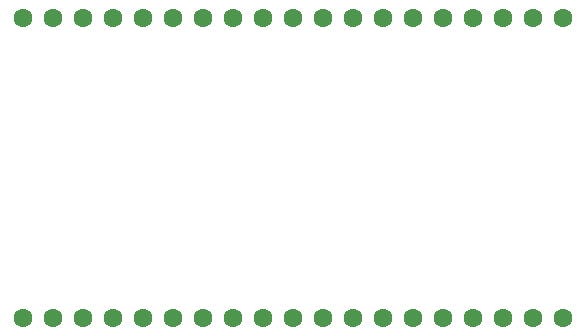
<source format=gbs>
G04 Layer: BottomSolderMaskLayer*
G04 EasyEDA Pro v2.2.40.8, 2025-09-20 19:13:23*
G04 Gerber Generator version 0.3*
G04 Scale: 100 percent, Rotated: No, Reflected: No*
G04 Dimensions in millimeters*
G04 Leading zeros omitted, absolute positions, 4 integers and 5 decimals*
G04 Generated by one-click*
%FSLAX45Y45*%
%MOMM*%
%ADD10C,1.6*%
%ADD11C,0.4437*%
G75*


G04 Pad Start*
G54D10*
G01X3070606Y-3594468D03*
G01X3324606Y-3594468D03*
G01X3578606Y-3594468D03*
G01X3832606Y-3594468D03*
G01X4086606Y-3594468D03*
G01X4340606Y-3594468D03*
G01X4594606Y-3594468D03*
G01X4848606Y-3594468D03*
G01X5102606Y-3594468D03*
G01X5356606Y-3594468D03*
G01X5610606Y-3594468D03*
G01X5864606Y-3594468D03*
G01X6118606Y-3594468D03*
G01X6372606Y-3594468D03*
G01X6626606Y-3594468D03*
G01X6880606Y-3594468D03*
G01X7134606Y-3594468D03*
G01X7388606Y-3594468D03*
G01X7642606Y-3594468D03*
G01X3070606Y-1054468D03*
G01X3324606Y-1054468D03*
G01X3578606Y-1054468D03*
G01X3832606Y-1054468D03*
G01X4086606Y-1054468D03*
G01X4340606Y-1054468D03*
G01X4594606Y-1054468D03*
G01X4848606Y-1054468D03*
G01X5102606Y-1054468D03*
G01X5356606Y-1054468D03*
G01X5610606Y-1054468D03*
G01X5864606Y-1054468D03*
G01X6118606Y-1054468D03*
G01X6372606Y-1054468D03*
G01X6626606Y-1054468D03*
G01X6880606Y-1054468D03*
G01X7134606Y-1054468D03*
G01X7388606Y-1054468D03*
G01X7642606Y-1054468D03*
G04 Pad End*

M02*


</source>
